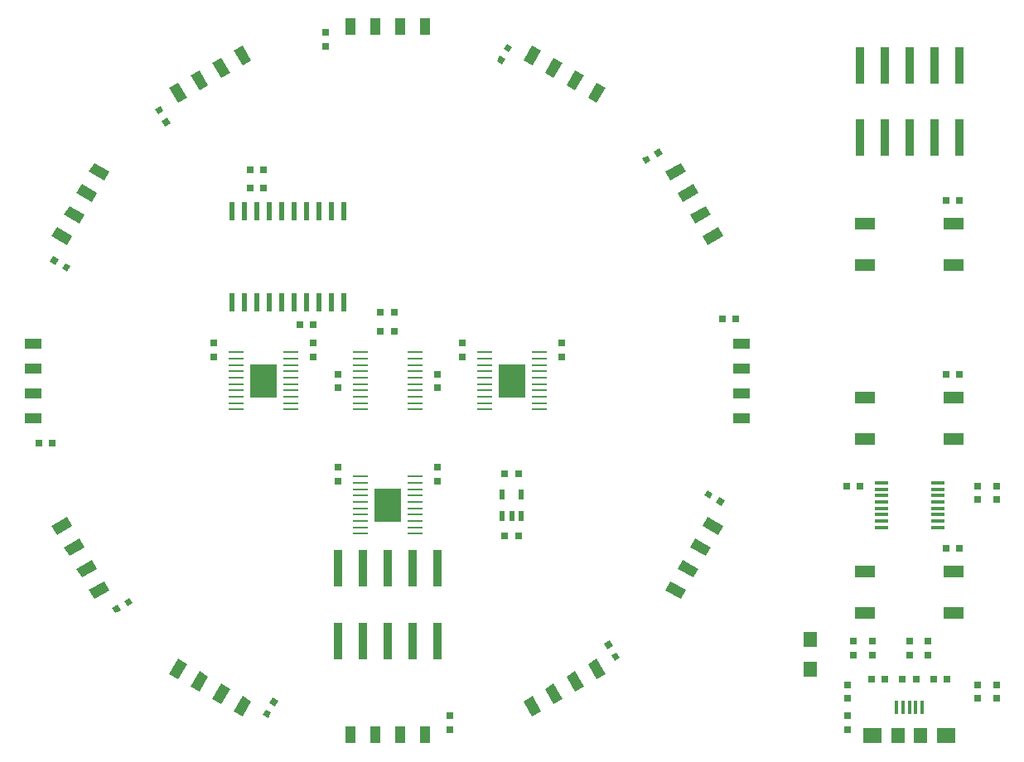
<source format=gbr>
G04 (created by PCBNEW (2013-07-07 BZR 4022)-stable) date 11/9/2013 7:35:54 PM*
%MOIN*%
G04 Gerber Fmt 3.4, Leading zero omitted, Abs format*
%FSLAX34Y34*%
G01*
G70*
G90*
G04 APERTURE LIST*
%ADD10C,0.006*%
%ADD11R,0.0373701X0.151543*%
%ADD12R,0.0255906X0.0255906*%
%ADD13R,0.0806772X0.0491811*%
%ADD14R,0.0531181X0.0629606*%
%ADD15R,0.0610236X0.00984252*%
%ADD16R,0.108976X0.135748*%
%ADD17R,0.0137795X0.0531496*%
%ADD18R,0.0748031X0.0590551*%
%ADD19R,0.0551181X0.0590551*%
%ADD20R,0.0188661X0.0759528*%
%ADD21R,0.023622X0.0397638*%
%ADD22R,0.0531X0.0118*%
%ADD23R,0.0708346X0.0413071*%
%ADD24R,0.0413071X0.0708346*%
G04 APERTURE END LIST*
G54D10*
G54D11*
X17000Y13456D03*
X17000Y10543D03*
X16000Y13456D03*
X16000Y10543D03*
X15000Y13456D03*
X15000Y10543D03*
X14000Y13456D03*
X14000Y10543D03*
X13000Y13456D03*
X13000Y10543D03*
X34000Y30793D03*
X34000Y33706D03*
X35000Y30793D03*
X35000Y33706D03*
X36000Y30793D03*
X36000Y33706D03*
X37000Y30793D03*
X37000Y33706D03*
X38000Y30793D03*
X38000Y33706D03*
G54D12*
X33500Y6974D03*
X33500Y7525D03*
X33500Y8224D03*
X33500Y8775D03*
G54D13*
X34208Y13346D03*
X37791Y11653D03*
X34208Y11653D03*
X37791Y13346D03*
X34208Y20346D03*
X37791Y18653D03*
X34208Y18653D03*
X37791Y20346D03*
X34208Y27346D03*
X37791Y25653D03*
X34208Y25653D03*
X37791Y27346D03*
G54D12*
X9474Y28750D03*
X10025Y28750D03*
G54D14*
X32000Y10600D03*
X32000Y9399D03*
G54D10*
G36*
X5647Y31945D02*
X5869Y32073D01*
X5996Y31851D01*
X5775Y31723D01*
X5647Y31945D01*
X5647Y31945D01*
G37*
G36*
X5923Y31468D02*
X6144Y31596D01*
X6272Y31374D01*
X6050Y31246D01*
X5923Y31468D01*
X5923Y31468D01*
G37*
G36*
X1426Y25800D02*
X1554Y26022D01*
X1776Y25894D01*
X1648Y25673D01*
X1426Y25800D01*
X1426Y25800D01*
G37*
G36*
X1903Y25525D02*
X2031Y25746D01*
X2253Y25619D01*
X2125Y25397D01*
X1903Y25525D01*
X1903Y25525D01*
G37*
G54D12*
X37474Y14250D03*
X38025Y14250D03*
X35025Y9000D03*
X34474Y9000D03*
X34500Y9974D03*
X34500Y10525D03*
X33750Y10525D03*
X33750Y9974D03*
X37525Y9000D03*
X36974Y9000D03*
X35724Y9000D03*
X36275Y9000D03*
X36000Y9974D03*
X36000Y10525D03*
X974Y18500D03*
X1525Y18500D03*
X33474Y16750D03*
X34025Y16750D03*
X38750Y16775D03*
X38750Y16224D03*
X39500Y16775D03*
X39500Y16224D03*
X10025Y29500D03*
X9474Y29500D03*
X11474Y23250D03*
X12025Y23250D03*
X8000Y22525D03*
X8000Y21974D03*
X18000Y21974D03*
X18000Y22525D03*
X37474Y28250D03*
X38025Y28250D03*
X37474Y21250D03*
X38025Y21250D03*
X36750Y9974D03*
X36750Y10525D03*
X17000Y20724D03*
X17000Y21275D03*
X13000Y21275D03*
X13000Y20724D03*
X15275Y23000D03*
X14724Y23000D03*
X12000Y22525D03*
X12000Y21974D03*
X17000Y17525D03*
X17000Y16974D03*
X13000Y17525D03*
X13000Y16974D03*
X22000Y22525D03*
X22000Y21974D03*
X20275Y14750D03*
X19724Y14750D03*
X20275Y17250D03*
X19724Y17250D03*
G54D10*
G36*
X19800Y34573D02*
X20022Y34445D01*
X19894Y34223D01*
X19673Y34351D01*
X19800Y34573D01*
X19800Y34573D01*
G37*
G36*
X19525Y34096D02*
X19746Y33968D01*
X19619Y33746D01*
X19397Y33874D01*
X19525Y34096D01*
X19525Y34096D01*
G37*
G54D12*
X29025Y23500D03*
X28474Y23500D03*
G54D10*
G36*
X25945Y30352D02*
X26073Y30130D01*
X25851Y30003D01*
X25723Y30224D01*
X25945Y30352D01*
X25945Y30352D01*
G37*
G36*
X25468Y30076D02*
X25596Y29855D01*
X25374Y29727D01*
X25246Y29949D01*
X25468Y30076D01*
X25468Y30076D01*
G37*
G54D12*
X12500Y35025D03*
X12500Y34474D03*
G54D10*
G36*
X24352Y9854D02*
X24130Y9726D01*
X24003Y9948D01*
X24224Y10076D01*
X24352Y9854D01*
X24352Y9854D01*
G37*
G36*
X24076Y10331D02*
X23855Y10203D01*
X23727Y10425D01*
X23949Y10553D01*
X24076Y10331D01*
X24076Y10331D01*
G37*
G36*
X10199Y7426D02*
X9977Y7554D01*
X10105Y7776D01*
X10326Y7648D01*
X10199Y7426D01*
X10199Y7426D01*
G37*
G36*
X10474Y7903D02*
X10253Y8031D01*
X10380Y8253D01*
X10602Y8125D01*
X10474Y7903D01*
X10474Y7903D01*
G37*
G54D12*
X17500Y6974D03*
X17500Y7525D03*
G54D10*
G36*
X4054Y11647D02*
X3926Y11869D01*
X4148Y11996D01*
X4276Y11775D01*
X4054Y11647D01*
X4054Y11647D01*
G37*
G36*
X4531Y11923D02*
X4403Y12144D01*
X4625Y12272D01*
X4753Y12050D01*
X4531Y11923D01*
X4531Y11923D01*
G37*
G36*
X28573Y16199D02*
X28445Y15977D01*
X28223Y16105D01*
X28351Y16326D01*
X28573Y16199D01*
X28573Y16199D01*
G37*
G36*
X28096Y16474D02*
X27968Y16253D01*
X27746Y16380D01*
X27874Y16602D01*
X28096Y16474D01*
X28096Y16474D01*
G37*
G54D12*
X38750Y8775D03*
X38750Y8224D03*
X39500Y8775D03*
X39500Y8224D03*
X15275Y23750D03*
X14724Y23750D03*
G54D15*
X11102Y21895D03*
X11102Y22151D03*
X11102Y21639D03*
X11102Y21383D03*
X11102Y21127D03*
X11102Y20872D03*
X11102Y20616D03*
X11102Y20360D03*
X8897Y19848D03*
X8897Y20104D03*
X8897Y20360D03*
X8897Y20616D03*
X8897Y22151D03*
X8897Y21895D03*
X8897Y21639D03*
X8897Y21383D03*
X8897Y21127D03*
X8897Y20872D03*
G54D16*
X10000Y21000D03*
G54D15*
X11102Y20104D03*
X11102Y19848D03*
X16102Y16895D03*
X16102Y17151D03*
X16102Y16639D03*
X16102Y16383D03*
X16102Y16127D03*
X16102Y15872D03*
X16102Y15616D03*
X16102Y15360D03*
X13897Y14848D03*
X13897Y15104D03*
X13897Y15360D03*
X13897Y15616D03*
X13897Y17151D03*
X13897Y16895D03*
X13897Y16639D03*
X13897Y16383D03*
X13897Y16127D03*
X13897Y15872D03*
G54D16*
X15000Y16000D03*
G54D15*
X16102Y15104D03*
X16102Y14848D03*
X21102Y21895D03*
X21102Y22151D03*
X21102Y21639D03*
X21102Y21383D03*
X21102Y21127D03*
X21102Y20872D03*
X21102Y20616D03*
X21102Y20360D03*
X18897Y19848D03*
X18897Y20104D03*
X18897Y20360D03*
X18897Y20616D03*
X18897Y22151D03*
X18897Y21895D03*
X18897Y21639D03*
X18897Y21383D03*
X18897Y21127D03*
X18897Y20872D03*
G54D16*
X20000Y21000D03*
G54D15*
X21102Y20104D03*
X21102Y19848D03*
G54D17*
X35488Y7852D03*
X35744Y7852D03*
X36000Y7852D03*
X36255Y7852D03*
X36511Y7852D03*
G54D18*
X34523Y6730D03*
X37476Y6730D03*
G54D19*
X36452Y6730D03*
X35547Y6730D03*
G54D20*
X8750Y24155D03*
X9250Y24155D03*
X9750Y24155D03*
X10250Y24155D03*
X10750Y24155D03*
X11250Y24155D03*
X11750Y24155D03*
X12250Y24155D03*
X12750Y24155D03*
X13250Y24155D03*
X13250Y27844D03*
X12750Y27844D03*
X12250Y27844D03*
X11750Y27844D03*
X11250Y27844D03*
X10750Y27844D03*
X10250Y27844D03*
X9750Y27844D03*
X9250Y27844D03*
X8750Y27844D03*
G54D21*
X19625Y15566D03*
X20000Y15566D03*
X20374Y15566D03*
X20374Y16433D03*
X19625Y16433D03*
G54D22*
X34868Y16896D03*
X34868Y16640D03*
X34868Y16384D03*
X34868Y16128D03*
X34868Y15872D03*
X34868Y15616D03*
X34868Y15360D03*
X34868Y15104D03*
X37132Y15104D03*
X37132Y15360D03*
X37132Y15616D03*
X37132Y15872D03*
X37132Y16128D03*
X37132Y16384D03*
X37132Y16640D03*
X37132Y16896D03*
G54D23*
X748Y19500D03*
X748Y20500D03*
G54D10*
G36*
X2108Y15524D02*
X2315Y15167D01*
X1701Y14813D01*
X1495Y15170D01*
X2108Y15524D01*
X2108Y15524D01*
G37*
G36*
X2608Y14664D02*
X2815Y14307D01*
X2201Y13953D01*
X1995Y14310D01*
X2608Y14664D01*
X2608Y14664D01*
G37*
G36*
X3108Y13794D02*
X3315Y13437D01*
X2701Y13083D01*
X2495Y13440D01*
X3108Y13794D01*
X3108Y13794D01*
G37*
G36*
X3608Y12934D02*
X3815Y12577D01*
X3201Y12223D01*
X2995Y12580D01*
X3608Y12934D01*
X3608Y12934D01*
G37*
G36*
X6577Y9815D02*
X6934Y9608D01*
X6580Y8995D01*
X6223Y9201D01*
X6577Y9815D01*
X6577Y9815D01*
G37*
G36*
X7437Y9315D02*
X7794Y9108D01*
X7440Y8495D01*
X7083Y8701D01*
X7437Y9315D01*
X7437Y9315D01*
G37*
G36*
X8307Y8815D02*
X8664Y8608D01*
X8310Y7995D01*
X7953Y8201D01*
X8307Y8815D01*
X8307Y8815D01*
G37*
G54D23*
X748Y21500D03*
X748Y22500D03*
G54D10*
G36*
X2315Y26832D02*
X2108Y26475D01*
X1495Y26829D01*
X1701Y27186D01*
X2315Y26832D01*
X2315Y26832D01*
G37*
G36*
X2815Y27692D02*
X2608Y27335D01*
X1995Y27689D01*
X2201Y28046D01*
X2815Y27692D01*
X2815Y27692D01*
G37*
G36*
X3815Y29422D02*
X3608Y29065D01*
X2995Y29419D01*
X3201Y29776D01*
X3815Y29422D01*
X3815Y29422D01*
G37*
G36*
X6934Y32391D02*
X6577Y32184D01*
X6223Y32798D01*
X6580Y33004D01*
X6934Y32391D01*
X6934Y32391D01*
G37*
G36*
X7794Y32891D02*
X7437Y32684D01*
X7083Y33298D01*
X7440Y33504D01*
X7794Y32891D01*
X7794Y32891D01*
G37*
G36*
X8664Y33391D02*
X8307Y33184D01*
X7953Y33798D01*
X8310Y34004D01*
X8664Y33391D01*
X8664Y33391D01*
G37*
G36*
X9524Y33891D02*
X9167Y33684D01*
X8813Y34298D01*
X9170Y34504D01*
X9524Y33891D01*
X9524Y33891D01*
G37*
G36*
X3315Y28562D02*
X3108Y28205D01*
X2495Y28559D01*
X2701Y28916D01*
X3315Y28562D01*
X3315Y28562D01*
G37*
G36*
X22562Y32684D02*
X22205Y32891D01*
X22559Y33504D01*
X22916Y33298D01*
X22562Y32684D01*
X22562Y32684D01*
G37*
G36*
X21692Y33184D02*
X21335Y33391D01*
X21689Y34004D01*
X22046Y33798D01*
X21692Y33184D01*
X21692Y33184D01*
G37*
G36*
X20832Y33684D02*
X20475Y33891D01*
X20829Y34504D01*
X21186Y34298D01*
X20832Y33684D01*
X20832Y33684D01*
G37*
G54D24*
X16500Y35251D03*
X15500Y35251D03*
X14500Y35251D03*
X13500Y35251D03*
G54D10*
G36*
X23422Y32184D02*
X23065Y32391D01*
X23419Y33004D01*
X23776Y32798D01*
X23422Y32184D01*
X23422Y32184D01*
G37*
G36*
X26391Y29065D02*
X26184Y29422D01*
X26798Y29776D01*
X27004Y29419D01*
X26391Y29065D01*
X26391Y29065D01*
G37*
G36*
X26891Y28205D02*
X26684Y28562D01*
X27298Y28916D01*
X27504Y28559D01*
X26891Y28205D01*
X26891Y28205D01*
G37*
G36*
X27391Y27335D02*
X27184Y27692D01*
X27798Y28046D01*
X28004Y27689D01*
X27391Y27335D01*
X27391Y27335D01*
G37*
G36*
X27891Y26475D02*
X27684Y26832D01*
X28298Y27186D01*
X28504Y26829D01*
X27891Y26475D01*
X27891Y26475D01*
G37*
G54D23*
X29251Y22500D03*
G54D10*
G36*
X20475Y8108D02*
X20832Y8315D01*
X21186Y7701D01*
X20829Y7495D01*
X20475Y8108D01*
X20475Y8108D01*
G37*
G54D23*
X29251Y20500D03*
X29251Y19500D03*
G54D10*
G36*
X27684Y15167D02*
X27891Y15524D01*
X28504Y15170D01*
X28298Y14813D01*
X27684Y15167D01*
X27684Y15167D01*
G37*
G36*
X27184Y14307D02*
X27391Y14664D01*
X28004Y14310D01*
X27798Y13953D01*
X27184Y14307D01*
X27184Y14307D01*
G37*
G36*
X26684Y13437D02*
X26891Y13794D01*
X27504Y13440D01*
X27298Y13083D01*
X26684Y13437D01*
X26684Y13437D01*
G37*
G36*
X26184Y12577D02*
X26391Y12934D01*
X27004Y12580D01*
X26798Y12223D01*
X26184Y12577D01*
X26184Y12577D01*
G37*
G36*
X23065Y9608D02*
X23422Y9815D01*
X23776Y9201D01*
X23419Y8995D01*
X23065Y9608D01*
X23065Y9608D01*
G37*
G36*
X22205Y9108D02*
X22562Y9315D01*
X22916Y8701D01*
X22559Y8495D01*
X22205Y9108D01*
X22205Y9108D01*
G37*
G36*
X21335Y8608D02*
X21692Y8815D01*
X22046Y8201D01*
X21689Y7995D01*
X21335Y8608D01*
X21335Y8608D01*
G37*
G54D24*
X16500Y6748D03*
X15500Y6748D03*
X14500Y6748D03*
X13500Y6748D03*
G54D10*
G36*
X9167Y8315D02*
X9524Y8108D01*
X9170Y7495D01*
X8813Y7701D01*
X9167Y8315D01*
X9167Y8315D01*
G37*
G54D23*
X29251Y21500D03*
G54D15*
X16102Y21895D03*
X16102Y22151D03*
X16102Y21639D03*
X16102Y21383D03*
X16102Y21127D03*
X16102Y20872D03*
X16102Y20616D03*
X16102Y20360D03*
X13897Y19848D03*
X13897Y20104D03*
X13897Y20360D03*
X13897Y20616D03*
X13897Y22151D03*
X13897Y21895D03*
X13897Y21639D03*
X13897Y21383D03*
X13897Y21127D03*
X13897Y20872D03*
X16102Y20104D03*
X16102Y19848D03*
M02*

</source>
